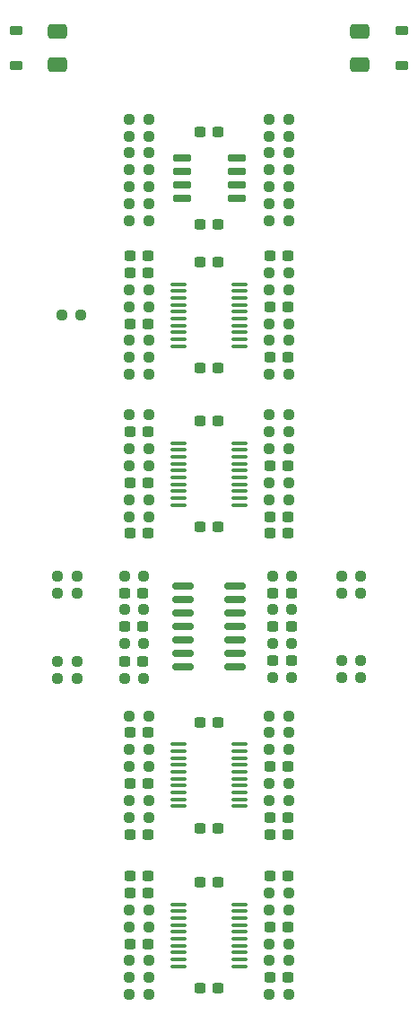
<source format=gbr>
%TF.GenerationSoftware,KiCad,Pcbnew,7.0.6*%
%TF.CreationDate,2023-07-26T19:03:53+01:00*%
%TF.ProjectId,Hypersoniq_Components,48797065-7273-46f6-9e69-715f436f6d70,rev?*%
%TF.SameCoordinates,Original*%
%TF.FileFunction,Paste,Top*%
%TF.FilePolarity,Positive*%
%FSLAX46Y46*%
G04 Gerber Fmt 4.6, Leading zero omitted, Abs format (unit mm)*
G04 Created by KiCad (PCBNEW 7.0.6) date 2023-07-26 19:03:53*
%MOMM*%
%LPD*%
G01*
G04 APERTURE LIST*
G04 Aperture macros list*
%AMRoundRect*
0 Rectangle with rounded corners*
0 $1 Rounding radius*
0 $2 $3 $4 $5 $6 $7 $8 $9 X,Y pos of 4 corners*
0 Add a 4 corners polygon primitive as box body*
4,1,4,$2,$3,$4,$5,$6,$7,$8,$9,$2,$3,0*
0 Add four circle primitives for the rounded corners*
1,1,$1+$1,$2,$3*
1,1,$1+$1,$4,$5*
1,1,$1+$1,$6,$7*
1,1,$1+$1,$8,$9*
0 Add four rect primitives between the rounded corners*
20,1,$1+$1,$2,$3,$4,$5,0*
20,1,$1+$1,$4,$5,$6,$7,0*
20,1,$1+$1,$6,$7,$8,$9,0*
20,1,$1+$1,$8,$9,$2,$3,0*%
G04 Aperture macros list end*
%ADD10RoundRect,0.237500X0.300000X0.237500X-0.300000X0.237500X-0.300000X-0.237500X0.300000X-0.237500X0*%
%ADD11RoundRect,0.237500X-0.250000X-0.237500X0.250000X-0.237500X0.250000X0.237500X-0.250000X0.237500X0*%
%ADD12RoundRect,0.237500X0.250000X0.237500X-0.250000X0.237500X-0.250000X-0.237500X0.250000X-0.237500X0*%
%ADD13RoundRect,0.100000X-0.637500X-0.100000X0.637500X-0.100000X0.637500X0.100000X-0.637500X0.100000X0*%
%ADD14RoundRect,0.225000X0.375000X-0.225000X0.375000X0.225000X-0.375000X0.225000X-0.375000X-0.225000X0*%
%ADD15RoundRect,0.100000X0.637500X0.100000X-0.637500X0.100000X-0.637500X-0.100000X0.637500X-0.100000X0*%
%ADD16RoundRect,0.237500X-0.300000X-0.237500X0.300000X-0.237500X0.300000X0.237500X-0.300000X0.237500X0*%
%ADD17RoundRect,0.250000X0.650000X-0.412500X0.650000X0.412500X-0.650000X0.412500X-0.650000X-0.412500X0*%
%ADD18RoundRect,0.150000X-0.825000X-0.150000X0.825000X-0.150000X0.825000X0.150000X-0.825000X0.150000X0*%
%ADD19RoundRect,0.225000X-0.375000X0.225000X-0.375000X-0.225000X0.375000X-0.225000X0.375000X0.225000X0*%
%ADD20RoundRect,0.150000X0.725000X0.150000X-0.725000X0.150000X-0.725000X-0.150000X0.725000X-0.150000X0*%
G04 APERTURE END LIST*
D10*
%TO.C,C11*%
X71062500Y-85600000D03*
X69337500Y-85600000D03*
%TD*%
D11*
%TO.C,R1*%
X56287500Y-80600000D03*
X58112500Y-80600000D03*
%TD*%
D12*
%TO.C,R51*%
X64512500Y-136700000D03*
X62687500Y-136700000D03*
%TD*%
D13*
%TO.C,U2*%
X67337500Y-77675000D03*
X67337500Y-78325000D03*
X67337500Y-78975000D03*
X67337500Y-79625000D03*
X67337500Y-80275000D03*
X67337500Y-80925000D03*
X67337500Y-81575000D03*
X67337500Y-82225000D03*
X67337500Y-82875000D03*
X67337500Y-83525000D03*
X73062500Y-83525000D03*
X73062500Y-82875000D03*
X73062500Y-82225000D03*
X73062500Y-81575000D03*
X73062500Y-80925000D03*
X73062500Y-80275000D03*
X73062500Y-79625000D03*
X73062500Y-78975000D03*
X73062500Y-78325000D03*
X73062500Y-77675000D03*
%TD*%
D14*
%TO.C,D1*%
X88400000Y-57050000D03*
X88400000Y-53750000D03*
%TD*%
D15*
%TO.C,U3*%
X73062500Y-98525000D03*
X73062500Y-97875000D03*
X73062500Y-97225000D03*
X73062500Y-96575000D03*
X73062500Y-95925000D03*
X73062500Y-95275000D03*
X73062500Y-94625000D03*
X73062500Y-93975000D03*
X73062500Y-93325000D03*
X73062500Y-92675000D03*
X67337500Y-92675000D03*
X67337500Y-93325000D03*
X67337500Y-93975000D03*
X67337500Y-94625000D03*
X67337500Y-95275000D03*
X67337500Y-95925000D03*
X67337500Y-96575000D03*
X67337500Y-97225000D03*
X67337500Y-97875000D03*
X67337500Y-98525000D03*
%TD*%
D12*
%TO.C,R38*%
X64512500Y-126400000D03*
X62687500Y-126400000D03*
%TD*%
%TO.C,R67*%
X64512500Y-65300000D03*
X62687500Y-65300000D03*
%TD*%
D16*
%TO.C,C7*%
X62737500Y-81400000D03*
X64462500Y-81400000D03*
%TD*%
D12*
%TO.C,R64*%
X77712500Y-70100000D03*
X75887500Y-70100000D03*
%TD*%
%TO.C,R60*%
X77712500Y-66900000D03*
X75887500Y-66900000D03*
%TD*%
D10*
%TO.C,C6*%
X77662500Y-84600000D03*
X75937500Y-84600000D03*
%TD*%
D16*
%TO.C,C4*%
X76237500Y-110000000D03*
X77962500Y-110000000D03*
%TD*%
D10*
%TO.C,C25*%
X77662500Y-123200000D03*
X75937500Y-123200000D03*
%TD*%
D16*
%TO.C,C34*%
X62737500Y-139900000D03*
X64462500Y-139900000D03*
%TD*%
D12*
%TO.C,R35*%
X64512500Y-121600000D03*
X62687500Y-121600000D03*
%TD*%
D11*
%TO.C,R12*%
X75887500Y-86200000D03*
X77712500Y-86200000D03*
%TD*%
D12*
%TO.C,R57*%
X57712500Y-113300000D03*
X55887500Y-113300000D03*
%TD*%
D11*
%TO.C,R6*%
X75887500Y-76600000D03*
X77712500Y-76600000D03*
%TD*%
D10*
%TO.C,C17*%
X77662500Y-99600000D03*
X75937500Y-99600000D03*
%TD*%
%TO.C,C19*%
X64462500Y-96400000D03*
X62737500Y-96400000D03*
%TD*%
D16*
%TO.C,C8*%
X62737500Y-76600000D03*
X64462500Y-76600000D03*
%TD*%
D11*
%TO.C,R2*%
X75887500Y-62100000D03*
X77712500Y-62100000D03*
%TD*%
%TO.C,R31*%
X76187500Y-105200000D03*
X78012500Y-105200000D03*
%TD*%
%TO.C,R61*%
X75887500Y-63700000D03*
X77712500Y-63700000D03*
%TD*%
D12*
%TO.C,R5*%
X64512500Y-79800000D03*
X62687500Y-79800000D03*
%TD*%
%TO.C,R40*%
X64512500Y-118400000D03*
X62687500Y-118400000D03*
%TD*%
D10*
%TO.C,C39*%
X71062500Y-134100000D03*
X69337500Y-134100000D03*
%TD*%
D16*
%TO.C,C29*%
X69337500Y-119000000D03*
X71062500Y-119000000D03*
%TD*%
D12*
%TO.C,R47*%
X64512500Y-138300000D03*
X62687500Y-138300000D03*
%TD*%
D11*
%TO.C,R42*%
X82687500Y-114800000D03*
X84512500Y-114800000D03*
%TD*%
D16*
%TO.C,C24*%
X62737500Y-120000000D03*
X64462500Y-120000000D03*
%TD*%
%TO.C,C37*%
X75937500Y-138300000D03*
X77662500Y-138300000D03*
%TD*%
D10*
%TO.C,C27*%
X64462500Y-129600000D03*
X62737500Y-129600000D03*
%TD*%
D11*
%TO.C,R28*%
X82687500Y-105200000D03*
X84512500Y-105200000D03*
%TD*%
D16*
%TO.C,C15*%
X62737500Y-91600000D03*
X64462500Y-91600000D03*
%TD*%
D11*
%TO.C,R44*%
X76187500Y-111600000D03*
X78012500Y-111600000D03*
%TD*%
D12*
%TO.C,R20*%
X64512500Y-99600000D03*
X62687500Y-99600000D03*
%TD*%
D11*
%TO.C,R25*%
X62687500Y-94800000D03*
X64512500Y-94800000D03*
%TD*%
D10*
%TO.C,C31*%
X77962500Y-113200000D03*
X76237500Y-113200000D03*
%TD*%
D12*
%TO.C,R9*%
X64512500Y-78200000D03*
X62687500Y-78200000D03*
%TD*%
D17*
%TO.C,C2*%
X55900000Y-56962500D03*
X55900000Y-53837500D03*
%TD*%
D10*
%TO.C,C16*%
X77662500Y-94800000D03*
X75937500Y-94800000D03*
%TD*%
D12*
%TO.C,R13*%
X64512500Y-84600000D03*
X62687500Y-84600000D03*
%TD*%
D11*
%TO.C,R48*%
X75887500Y-135100000D03*
X77712500Y-135100000D03*
%TD*%
D12*
%TO.C,R16*%
X64012500Y-108400000D03*
X62187500Y-108400000D03*
%TD*%
D11*
%TO.C,R52*%
X75887500Y-136700000D03*
X77712500Y-136700000D03*
%TD*%
D12*
%TO.C,R21*%
X64512500Y-93200000D03*
X62687500Y-93200000D03*
%TD*%
D18*
%TO.C,U1*%
X67725000Y-106190000D03*
X67725000Y-107460000D03*
X67725000Y-108730000D03*
X67725000Y-110000000D03*
X67725000Y-111270000D03*
X67725000Y-112540000D03*
X67725000Y-113810000D03*
X72675000Y-113810000D03*
X72675000Y-112540000D03*
X72675000Y-111270000D03*
X72675000Y-110000000D03*
X72675000Y-108730000D03*
X72675000Y-107460000D03*
X72675000Y-106190000D03*
%TD*%
D12*
%TO.C,R34*%
X64512500Y-128000000D03*
X62687500Y-128000000D03*
%TD*%
D19*
%TO.C,D2*%
X52000000Y-53750000D03*
X52000000Y-57050000D03*
%TD*%
D12*
%TO.C,R11*%
X77712500Y-81400000D03*
X75887500Y-81400000D03*
%TD*%
%TO.C,R15*%
X57712500Y-106800000D03*
X55887500Y-106800000D03*
%TD*%
%TO.C,R24*%
X64512500Y-98000000D03*
X62687500Y-98000000D03*
%TD*%
%TO.C,R53*%
X77712500Y-139900000D03*
X75887500Y-139900000D03*
%TD*%
D16*
%TO.C,C14*%
X75937500Y-101200000D03*
X77662500Y-101200000D03*
%TD*%
%TO.C,C20*%
X69337500Y-90600000D03*
X71062500Y-90600000D03*
%TD*%
D10*
%TO.C,C42*%
X71062500Y-63300000D03*
X69337500Y-63300000D03*
%TD*%
D12*
%TO.C,R59*%
X64012500Y-114900000D03*
X62187500Y-114900000D03*
%TD*%
%TO.C,R36*%
X77712500Y-121600000D03*
X75887500Y-121600000D03*
%TD*%
D10*
%TO.C,C32*%
X64462500Y-133500000D03*
X62737500Y-133500000D03*
%TD*%
D12*
%TO.C,R46*%
X64512500Y-144700000D03*
X62687500Y-144700000D03*
%TD*%
D16*
%TO.C,C30*%
X69337500Y-129000000D03*
X71062500Y-129000000D03*
%TD*%
D11*
%TO.C,R50*%
X62687500Y-141500000D03*
X64512500Y-141500000D03*
%TD*%
D10*
%TO.C,C38*%
X71062500Y-144100000D03*
X69337500Y-144100000D03*
%TD*%
D16*
%TO.C,C36*%
X75937500Y-133500000D03*
X77662500Y-133500000D03*
%TD*%
D12*
%TO.C,R68*%
X64512500Y-66900000D03*
X62687500Y-66900000D03*
%TD*%
D11*
%TO.C,R10*%
X75887500Y-78200000D03*
X77712500Y-78200000D03*
%TD*%
D12*
%TO.C,R66*%
X64512500Y-63700000D03*
X62687500Y-63700000D03*
%TD*%
D11*
%TO.C,R54*%
X75887500Y-144700000D03*
X77712500Y-144700000D03*
%TD*%
D10*
%TO.C,C3*%
X63962500Y-110000000D03*
X62237500Y-110000000D03*
%TD*%
D11*
%TO.C,R32*%
X75887500Y-118400000D03*
X77712500Y-118400000D03*
%TD*%
D16*
%TO.C,C23*%
X75937500Y-129600000D03*
X77662500Y-129600000D03*
%TD*%
D12*
%TO.C,R22*%
X77712500Y-93200000D03*
X75887500Y-93200000D03*
%TD*%
D11*
%TO.C,R23*%
X75887500Y-98000000D03*
X77712500Y-98000000D03*
%TD*%
%TO.C,R41*%
X75887500Y-120000000D03*
X77712500Y-120000000D03*
%TD*%
D12*
%TO.C,R58*%
X64012500Y-111600000D03*
X62187500Y-111600000D03*
%TD*%
D11*
%TO.C,R3*%
X62687500Y-62100000D03*
X64512500Y-62100000D03*
%TD*%
%TO.C,R37*%
X75887500Y-126400000D03*
X77712500Y-126400000D03*
%TD*%
D10*
%TO.C,C28*%
X64462500Y-124800000D03*
X62737500Y-124800000D03*
%TD*%
D12*
%TO.C,R17*%
X64012500Y-105200000D03*
X62187500Y-105200000D03*
%TD*%
D11*
%TO.C,R27*%
X75887500Y-91600000D03*
X77712500Y-91600000D03*
%TD*%
D10*
%TO.C,C18*%
X64462500Y-101200000D03*
X62737500Y-101200000D03*
%TD*%
D11*
%TO.C,R39*%
X62687500Y-123200000D03*
X64512500Y-123200000D03*
%TD*%
D16*
%TO.C,C21*%
X69337500Y-100600000D03*
X71062500Y-100600000D03*
%TD*%
D11*
%TO.C,R29*%
X82687500Y-106800000D03*
X84512500Y-106800000D03*
%TD*%
D16*
%TO.C,C9*%
X75937500Y-75000000D03*
X77662500Y-75000000D03*
%TD*%
D12*
%TO.C,R4*%
X64512500Y-86200000D03*
X62687500Y-86200000D03*
%TD*%
%TO.C,R55*%
X64512500Y-143100000D03*
X62687500Y-143100000D03*
%TD*%
D10*
%TO.C,C12*%
X71062500Y-75600000D03*
X69337500Y-75600000D03*
%TD*%
D12*
%TO.C,R56*%
X57712500Y-114900000D03*
X55887500Y-114900000D03*
%TD*%
%TO.C,R71*%
X64512500Y-71700000D03*
X62687500Y-71700000D03*
%TD*%
D10*
%TO.C,C5*%
X64462500Y-75000000D03*
X62737500Y-75000000D03*
%TD*%
D12*
%TO.C,R69*%
X64512500Y-68500000D03*
X62687500Y-68500000D03*
%TD*%
%TO.C,R14*%
X57712500Y-105200000D03*
X55887500Y-105200000D03*
%TD*%
D11*
%TO.C,R19*%
X75887500Y-96400000D03*
X77712500Y-96400000D03*
%TD*%
D16*
%TO.C,C41*%
X69337500Y-72000000D03*
X71062500Y-72000000D03*
%TD*%
D12*
%TO.C,R26*%
X64512500Y-90000000D03*
X62687500Y-90000000D03*
%TD*%
D11*
%TO.C,R33*%
X75887500Y-124800000D03*
X77712500Y-124800000D03*
%TD*%
%TO.C,R30*%
X76187500Y-108400000D03*
X78012500Y-108400000D03*
%TD*%
%TO.C,R70*%
X62687500Y-70100000D03*
X64512500Y-70100000D03*
%TD*%
D16*
%TO.C,C40*%
X62237500Y-113300000D03*
X63962500Y-113300000D03*
%TD*%
D11*
%TO.C,R7*%
X75887500Y-83000000D03*
X77712500Y-83000000D03*
%TD*%
D20*
%TO.C,U6*%
X72775000Y-69605000D03*
X72775000Y-68335000D03*
X72775000Y-67065000D03*
X72775000Y-65795000D03*
X67625000Y-65795000D03*
X67625000Y-67065000D03*
X67625000Y-68335000D03*
X67625000Y-69605000D03*
%TD*%
D11*
%TO.C,R45*%
X76187500Y-114800000D03*
X78012500Y-114800000D03*
%TD*%
D10*
%TO.C,C22*%
X77962500Y-106800000D03*
X76237500Y-106800000D03*
%TD*%
D11*
%TO.C,R62*%
X75887500Y-68500000D03*
X77712500Y-68500000D03*
%TD*%
D16*
%TO.C,C35*%
X62737500Y-135100000D03*
X64462500Y-135100000D03*
%TD*%
D10*
%TO.C,C26*%
X77662500Y-128000000D03*
X75937500Y-128000000D03*
%TD*%
D11*
%TO.C,R63*%
X75887500Y-65300000D03*
X77712500Y-65300000D03*
%TD*%
%TO.C,R49*%
X75887500Y-141500000D03*
X77712500Y-141500000D03*
%TD*%
%TO.C,R8*%
X62687500Y-83000000D03*
X64512500Y-83000000D03*
%TD*%
D16*
%TO.C,C10*%
X75937500Y-79800000D03*
X77662500Y-79800000D03*
%TD*%
D17*
%TO.C,C1*%
X84400000Y-56962500D03*
X84400000Y-53837500D03*
%TD*%
D15*
%TO.C,U4*%
X73062500Y-126925000D03*
X73062500Y-126275000D03*
X73062500Y-125625000D03*
X73062500Y-124975000D03*
X73062500Y-124325000D03*
X73062500Y-123675000D03*
X73062500Y-123025000D03*
X73062500Y-122375000D03*
X73062500Y-121725000D03*
X73062500Y-121075000D03*
X67337500Y-121075000D03*
X67337500Y-121725000D03*
X67337500Y-122375000D03*
X67337500Y-123025000D03*
X67337500Y-123675000D03*
X67337500Y-124325000D03*
X67337500Y-124975000D03*
X67337500Y-125625000D03*
X67337500Y-126275000D03*
X67337500Y-126925000D03*
%TD*%
D10*
%TO.C,C33*%
X77662500Y-143100000D03*
X75937500Y-143100000D03*
%TD*%
D16*
%TO.C,C13*%
X62237500Y-106800000D03*
X63962500Y-106800000D03*
%TD*%
D11*
%TO.C,R65*%
X75887500Y-71700000D03*
X77712500Y-71700000D03*
%TD*%
%TO.C,R43*%
X82687500Y-113200000D03*
X84512500Y-113200000D03*
%TD*%
%TO.C,R18*%
X75887500Y-90000000D03*
X77712500Y-90000000D03*
%TD*%
D13*
%TO.C,U5*%
X67337500Y-136175000D03*
X67337500Y-136825000D03*
X67337500Y-137475000D03*
X67337500Y-138125000D03*
X67337500Y-138775000D03*
X67337500Y-139425000D03*
X67337500Y-140075000D03*
X67337500Y-140725000D03*
X67337500Y-141375000D03*
X67337500Y-142025000D03*
X73062500Y-142025000D03*
X73062500Y-141375000D03*
X73062500Y-140725000D03*
X73062500Y-140075000D03*
X73062500Y-139425000D03*
X73062500Y-138775000D03*
X73062500Y-138125000D03*
X73062500Y-137475000D03*
X73062500Y-136825000D03*
X73062500Y-136175000D03*
%TD*%
M02*

</source>
